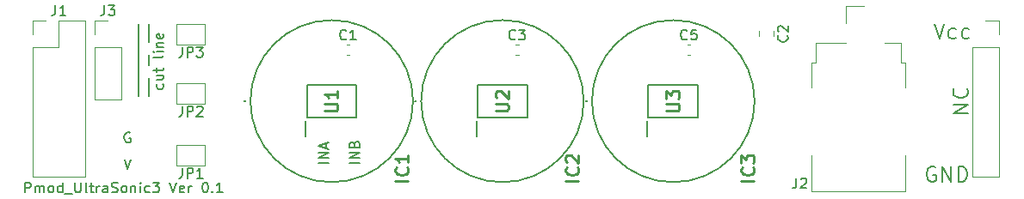
<source format=gbr>
%TF.GenerationSoftware,KiCad,Pcbnew,7.0.2*%
%TF.CreationDate,2023-10-31T00:40:57+09:00*%
%TF.ProjectId,Pmod_US_Speaker,506d6f64-5f55-4535-9f53-7065616b6572,rev?*%
%TF.SameCoordinates,Original*%
%TF.FileFunction,Legend,Top*%
%TF.FilePolarity,Positive*%
%FSLAX46Y46*%
G04 Gerber Fmt 4.6, Leading zero omitted, Abs format (unit mm)*
G04 Created by KiCad (PCBNEW 7.0.2) date 2023-10-31 00:40:57*
%MOMM*%
%LPD*%
G01*
G04 APERTURE LIST*
%ADD10C,0.150000*%
%ADD11C,0.187500*%
%ADD12C,0.254000*%
%ADD13C,0.200000*%
%ADD14C,0.120000*%
G04 APERTURE END LIST*
D10*
X105664000Y-95758000D02*
X105664000Y-93980000D01*
X104648000Y-101092000D02*
X104648000Y-93980000D01*
X105664000Y-101092000D02*
X105664000Y-99314000D01*
X105664000Y-98044000D02*
X105664000Y-97028000D01*
D11*
X183006857Y-108115857D02*
X182864000Y-108044428D01*
X182864000Y-108044428D02*
X182649714Y-108044428D01*
X182649714Y-108044428D02*
X182435428Y-108115857D01*
X182435428Y-108115857D02*
X182292571Y-108258714D01*
X182292571Y-108258714D02*
X182221142Y-108401571D01*
X182221142Y-108401571D02*
X182149714Y-108687285D01*
X182149714Y-108687285D02*
X182149714Y-108901571D01*
X182149714Y-108901571D02*
X182221142Y-109187285D01*
X182221142Y-109187285D02*
X182292571Y-109330142D01*
X182292571Y-109330142D02*
X182435428Y-109473000D01*
X182435428Y-109473000D02*
X182649714Y-109544428D01*
X182649714Y-109544428D02*
X182792571Y-109544428D01*
X182792571Y-109544428D02*
X183006857Y-109473000D01*
X183006857Y-109473000D02*
X183078285Y-109401571D01*
X183078285Y-109401571D02*
X183078285Y-108901571D01*
X183078285Y-108901571D02*
X182792571Y-108901571D01*
X183721142Y-109544428D02*
X183721142Y-108044428D01*
X183721142Y-108044428D02*
X184578285Y-109544428D01*
X184578285Y-109544428D02*
X184578285Y-108044428D01*
X185292571Y-109544428D02*
X185292571Y-108044428D01*
X185292571Y-108044428D02*
X185649714Y-108044428D01*
X185649714Y-108044428D02*
X185864000Y-108115857D01*
X185864000Y-108115857D02*
X186006857Y-108258714D01*
X186006857Y-108258714D02*
X186078286Y-108401571D01*
X186078286Y-108401571D02*
X186149714Y-108687285D01*
X186149714Y-108687285D02*
X186149714Y-108901571D01*
X186149714Y-108901571D02*
X186078286Y-109187285D01*
X186078286Y-109187285D02*
X186006857Y-109330142D01*
X186006857Y-109330142D02*
X185864000Y-109473000D01*
X185864000Y-109473000D02*
X185649714Y-109544428D01*
X185649714Y-109544428D02*
X185292571Y-109544428D01*
X186252428Y-102766857D02*
X184752428Y-102766857D01*
X184752428Y-102766857D02*
X186252428Y-101909714D01*
X186252428Y-101909714D02*
X184752428Y-101909714D01*
X186109571Y-100338285D02*
X186181000Y-100409713D01*
X186181000Y-100409713D02*
X186252428Y-100623999D01*
X186252428Y-100623999D02*
X186252428Y-100766856D01*
X186252428Y-100766856D02*
X186181000Y-100981142D01*
X186181000Y-100981142D02*
X186038142Y-101123999D01*
X186038142Y-101123999D02*
X185895285Y-101195428D01*
X185895285Y-101195428D02*
X185609571Y-101266856D01*
X185609571Y-101266856D02*
X185395285Y-101266856D01*
X185395285Y-101266856D02*
X185109571Y-101195428D01*
X185109571Y-101195428D02*
X184966714Y-101123999D01*
X184966714Y-101123999D02*
X184823857Y-100981142D01*
X184823857Y-100981142D02*
X184752428Y-100766856D01*
X184752428Y-100766856D02*
X184752428Y-100623999D01*
X184752428Y-100623999D02*
X184823857Y-100409713D01*
X184823857Y-100409713D02*
X184895285Y-100338285D01*
D10*
X123321619Y-107711904D02*
X122321619Y-107711904D01*
X123321619Y-107235714D02*
X122321619Y-107235714D01*
X122321619Y-107235714D02*
X123321619Y-106664286D01*
X123321619Y-106664286D02*
X122321619Y-106664286D01*
X123035904Y-106235714D02*
X123035904Y-105759524D01*
X123321619Y-106330952D02*
X122321619Y-105997619D01*
X122321619Y-105997619D02*
X123321619Y-105664286D01*
X103784304Y-104741638D02*
X103689066Y-104694019D01*
X103689066Y-104694019D02*
X103546209Y-104694019D01*
X103546209Y-104694019D02*
X103403352Y-104741638D01*
X103403352Y-104741638D02*
X103308114Y-104836876D01*
X103308114Y-104836876D02*
X103260495Y-104932114D01*
X103260495Y-104932114D02*
X103212876Y-105122590D01*
X103212876Y-105122590D02*
X103212876Y-105265447D01*
X103212876Y-105265447D02*
X103260495Y-105455923D01*
X103260495Y-105455923D02*
X103308114Y-105551161D01*
X103308114Y-105551161D02*
X103403352Y-105646400D01*
X103403352Y-105646400D02*
X103546209Y-105694019D01*
X103546209Y-105694019D02*
X103641447Y-105694019D01*
X103641447Y-105694019D02*
X103784304Y-105646400D01*
X103784304Y-105646400D02*
X103831923Y-105598780D01*
X103831923Y-105598780D02*
X103831923Y-105265447D01*
X103831923Y-105265447D02*
X103641447Y-105265447D01*
D11*
X182895857Y-93947428D02*
X183395857Y-95447428D01*
X183395857Y-95447428D02*
X183895857Y-93947428D01*
X185038714Y-95376000D02*
X184895856Y-95447428D01*
X184895856Y-95447428D02*
X184610142Y-95447428D01*
X184610142Y-95447428D02*
X184467285Y-95376000D01*
X184467285Y-95376000D02*
X184395856Y-95304571D01*
X184395856Y-95304571D02*
X184324428Y-95161714D01*
X184324428Y-95161714D02*
X184324428Y-94733142D01*
X184324428Y-94733142D02*
X184395856Y-94590285D01*
X184395856Y-94590285D02*
X184467285Y-94518857D01*
X184467285Y-94518857D02*
X184610142Y-94447428D01*
X184610142Y-94447428D02*
X184895856Y-94447428D01*
X184895856Y-94447428D02*
X185038714Y-94518857D01*
X186324428Y-95376000D02*
X186181570Y-95447428D01*
X186181570Y-95447428D02*
X185895856Y-95447428D01*
X185895856Y-95447428D02*
X185752999Y-95376000D01*
X185752999Y-95376000D02*
X185681570Y-95304571D01*
X185681570Y-95304571D02*
X185610142Y-95161714D01*
X185610142Y-95161714D02*
X185610142Y-94733142D01*
X185610142Y-94733142D02*
X185681570Y-94590285D01*
X185681570Y-94590285D02*
X185752999Y-94518857D01*
X185752999Y-94518857D02*
X185895856Y-94447428D01*
X185895856Y-94447428D02*
X186181570Y-94447428D01*
X186181570Y-94447428D02*
X186324428Y-94518857D01*
D10*
X126369619Y-107711904D02*
X125369619Y-107711904D01*
X126369619Y-107235714D02*
X125369619Y-107235714D01*
X125369619Y-107235714D02*
X126369619Y-106664286D01*
X126369619Y-106664286D02*
X125369619Y-106664286D01*
X125845809Y-105854762D02*
X125893428Y-105711905D01*
X125893428Y-105711905D02*
X125941047Y-105664286D01*
X125941047Y-105664286D02*
X126036285Y-105616667D01*
X126036285Y-105616667D02*
X126179142Y-105616667D01*
X126179142Y-105616667D02*
X126274380Y-105664286D01*
X126274380Y-105664286D02*
X126322000Y-105711905D01*
X126322000Y-105711905D02*
X126369619Y-105807143D01*
X126369619Y-105807143D02*
X126369619Y-106188095D01*
X126369619Y-106188095D02*
X125369619Y-106188095D01*
X125369619Y-106188095D02*
X125369619Y-105854762D01*
X125369619Y-105854762D02*
X125417238Y-105759524D01*
X125417238Y-105759524D02*
X125464857Y-105711905D01*
X125464857Y-105711905D02*
X125560095Y-105664286D01*
X125560095Y-105664286D02*
X125655333Y-105664286D01*
X125655333Y-105664286D02*
X125750571Y-105711905D01*
X125750571Y-105711905D02*
X125798190Y-105759524D01*
X125798190Y-105759524D02*
X125845809Y-105854762D01*
X125845809Y-105854762D02*
X125845809Y-106188095D01*
X103219238Y-107335619D02*
X103552571Y-108335619D01*
X103552571Y-108335619D02*
X103885904Y-107335619D01*
X93456095Y-110621619D02*
X93456095Y-109621619D01*
X93456095Y-109621619D02*
X93837047Y-109621619D01*
X93837047Y-109621619D02*
X93932285Y-109669238D01*
X93932285Y-109669238D02*
X93979904Y-109716857D01*
X93979904Y-109716857D02*
X94027523Y-109812095D01*
X94027523Y-109812095D02*
X94027523Y-109954952D01*
X94027523Y-109954952D02*
X93979904Y-110050190D01*
X93979904Y-110050190D02*
X93932285Y-110097809D01*
X93932285Y-110097809D02*
X93837047Y-110145428D01*
X93837047Y-110145428D02*
X93456095Y-110145428D01*
X94456095Y-110621619D02*
X94456095Y-109954952D01*
X94456095Y-110050190D02*
X94503714Y-110002571D01*
X94503714Y-110002571D02*
X94598952Y-109954952D01*
X94598952Y-109954952D02*
X94741809Y-109954952D01*
X94741809Y-109954952D02*
X94837047Y-110002571D01*
X94837047Y-110002571D02*
X94884666Y-110097809D01*
X94884666Y-110097809D02*
X94884666Y-110621619D01*
X94884666Y-110097809D02*
X94932285Y-110002571D01*
X94932285Y-110002571D02*
X95027523Y-109954952D01*
X95027523Y-109954952D02*
X95170380Y-109954952D01*
X95170380Y-109954952D02*
X95265619Y-110002571D01*
X95265619Y-110002571D02*
X95313238Y-110097809D01*
X95313238Y-110097809D02*
X95313238Y-110621619D01*
X95932285Y-110621619D02*
X95837047Y-110574000D01*
X95837047Y-110574000D02*
X95789428Y-110526380D01*
X95789428Y-110526380D02*
X95741809Y-110431142D01*
X95741809Y-110431142D02*
X95741809Y-110145428D01*
X95741809Y-110145428D02*
X95789428Y-110050190D01*
X95789428Y-110050190D02*
X95837047Y-110002571D01*
X95837047Y-110002571D02*
X95932285Y-109954952D01*
X95932285Y-109954952D02*
X96075142Y-109954952D01*
X96075142Y-109954952D02*
X96170380Y-110002571D01*
X96170380Y-110002571D02*
X96217999Y-110050190D01*
X96217999Y-110050190D02*
X96265618Y-110145428D01*
X96265618Y-110145428D02*
X96265618Y-110431142D01*
X96265618Y-110431142D02*
X96217999Y-110526380D01*
X96217999Y-110526380D02*
X96170380Y-110574000D01*
X96170380Y-110574000D02*
X96075142Y-110621619D01*
X96075142Y-110621619D02*
X95932285Y-110621619D01*
X97122761Y-110621619D02*
X97122761Y-109621619D01*
X97122761Y-110574000D02*
X97027523Y-110621619D01*
X97027523Y-110621619D02*
X96837047Y-110621619D01*
X96837047Y-110621619D02*
X96741809Y-110574000D01*
X96741809Y-110574000D02*
X96694190Y-110526380D01*
X96694190Y-110526380D02*
X96646571Y-110431142D01*
X96646571Y-110431142D02*
X96646571Y-110145428D01*
X96646571Y-110145428D02*
X96694190Y-110050190D01*
X96694190Y-110050190D02*
X96741809Y-110002571D01*
X96741809Y-110002571D02*
X96837047Y-109954952D01*
X96837047Y-109954952D02*
X97027523Y-109954952D01*
X97027523Y-109954952D02*
X97122761Y-110002571D01*
X97360857Y-110716857D02*
X98122761Y-110716857D01*
X98360857Y-109621619D02*
X98360857Y-110431142D01*
X98360857Y-110431142D02*
X98408476Y-110526380D01*
X98408476Y-110526380D02*
X98456095Y-110574000D01*
X98456095Y-110574000D02*
X98551333Y-110621619D01*
X98551333Y-110621619D02*
X98741809Y-110621619D01*
X98741809Y-110621619D02*
X98837047Y-110574000D01*
X98837047Y-110574000D02*
X98884666Y-110526380D01*
X98884666Y-110526380D02*
X98932285Y-110431142D01*
X98932285Y-110431142D02*
X98932285Y-109621619D01*
X99551333Y-110621619D02*
X99456095Y-110574000D01*
X99456095Y-110574000D02*
X99408476Y-110478761D01*
X99408476Y-110478761D02*
X99408476Y-109621619D01*
X99789429Y-109954952D02*
X100170381Y-109954952D01*
X99932286Y-109621619D02*
X99932286Y-110478761D01*
X99932286Y-110478761D02*
X99979905Y-110574000D01*
X99979905Y-110574000D02*
X100075143Y-110621619D01*
X100075143Y-110621619D02*
X100170381Y-110621619D01*
X100503715Y-110621619D02*
X100503715Y-109954952D01*
X100503715Y-110145428D02*
X100551334Y-110050190D01*
X100551334Y-110050190D02*
X100598953Y-110002571D01*
X100598953Y-110002571D02*
X100694191Y-109954952D01*
X100694191Y-109954952D02*
X100789429Y-109954952D01*
X101551334Y-110621619D02*
X101551334Y-110097809D01*
X101551334Y-110097809D02*
X101503715Y-110002571D01*
X101503715Y-110002571D02*
X101408477Y-109954952D01*
X101408477Y-109954952D02*
X101218001Y-109954952D01*
X101218001Y-109954952D02*
X101122763Y-110002571D01*
X101551334Y-110574000D02*
X101456096Y-110621619D01*
X101456096Y-110621619D02*
X101218001Y-110621619D01*
X101218001Y-110621619D02*
X101122763Y-110574000D01*
X101122763Y-110574000D02*
X101075144Y-110478761D01*
X101075144Y-110478761D02*
X101075144Y-110383523D01*
X101075144Y-110383523D02*
X101122763Y-110288285D01*
X101122763Y-110288285D02*
X101218001Y-110240666D01*
X101218001Y-110240666D02*
X101456096Y-110240666D01*
X101456096Y-110240666D02*
X101551334Y-110193047D01*
X101979906Y-110574000D02*
X102122763Y-110621619D01*
X102122763Y-110621619D02*
X102360858Y-110621619D01*
X102360858Y-110621619D02*
X102456096Y-110574000D01*
X102456096Y-110574000D02*
X102503715Y-110526380D01*
X102503715Y-110526380D02*
X102551334Y-110431142D01*
X102551334Y-110431142D02*
X102551334Y-110335904D01*
X102551334Y-110335904D02*
X102503715Y-110240666D01*
X102503715Y-110240666D02*
X102456096Y-110193047D01*
X102456096Y-110193047D02*
X102360858Y-110145428D01*
X102360858Y-110145428D02*
X102170382Y-110097809D01*
X102170382Y-110097809D02*
X102075144Y-110050190D01*
X102075144Y-110050190D02*
X102027525Y-110002571D01*
X102027525Y-110002571D02*
X101979906Y-109907333D01*
X101979906Y-109907333D02*
X101979906Y-109812095D01*
X101979906Y-109812095D02*
X102027525Y-109716857D01*
X102027525Y-109716857D02*
X102075144Y-109669238D01*
X102075144Y-109669238D02*
X102170382Y-109621619D01*
X102170382Y-109621619D02*
X102408477Y-109621619D01*
X102408477Y-109621619D02*
X102551334Y-109669238D01*
X103122763Y-110621619D02*
X103027525Y-110574000D01*
X103027525Y-110574000D02*
X102979906Y-110526380D01*
X102979906Y-110526380D02*
X102932287Y-110431142D01*
X102932287Y-110431142D02*
X102932287Y-110145428D01*
X102932287Y-110145428D02*
X102979906Y-110050190D01*
X102979906Y-110050190D02*
X103027525Y-110002571D01*
X103027525Y-110002571D02*
X103122763Y-109954952D01*
X103122763Y-109954952D02*
X103265620Y-109954952D01*
X103265620Y-109954952D02*
X103360858Y-110002571D01*
X103360858Y-110002571D02*
X103408477Y-110050190D01*
X103408477Y-110050190D02*
X103456096Y-110145428D01*
X103456096Y-110145428D02*
X103456096Y-110431142D01*
X103456096Y-110431142D02*
X103408477Y-110526380D01*
X103408477Y-110526380D02*
X103360858Y-110574000D01*
X103360858Y-110574000D02*
X103265620Y-110621619D01*
X103265620Y-110621619D02*
X103122763Y-110621619D01*
X103884668Y-109954952D02*
X103884668Y-110621619D01*
X103884668Y-110050190D02*
X103932287Y-110002571D01*
X103932287Y-110002571D02*
X104027525Y-109954952D01*
X104027525Y-109954952D02*
X104170382Y-109954952D01*
X104170382Y-109954952D02*
X104265620Y-110002571D01*
X104265620Y-110002571D02*
X104313239Y-110097809D01*
X104313239Y-110097809D02*
X104313239Y-110621619D01*
X104789430Y-110621619D02*
X104789430Y-109954952D01*
X104789430Y-109621619D02*
X104741811Y-109669238D01*
X104741811Y-109669238D02*
X104789430Y-109716857D01*
X104789430Y-109716857D02*
X104837049Y-109669238D01*
X104837049Y-109669238D02*
X104789430Y-109621619D01*
X104789430Y-109621619D02*
X104789430Y-109716857D01*
X105694191Y-110574000D02*
X105598953Y-110621619D01*
X105598953Y-110621619D02*
X105408477Y-110621619D01*
X105408477Y-110621619D02*
X105313239Y-110574000D01*
X105313239Y-110574000D02*
X105265620Y-110526380D01*
X105265620Y-110526380D02*
X105218001Y-110431142D01*
X105218001Y-110431142D02*
X105218001Y-110145428D01*
X105218001Y-110145428D02*
X105265620Y-110050190D01*
X105265620Y-110050190D02*
X105313239Y-110002571D01*
X105313239Y-110002571D02*
X105408477Y-109954952D01*
X105408477Y-109954952D02*
X105598953Y-109954952D01*
X105598953Y-109954952D02*
X105694191Y-110002571D01*
X106027525Y-109621619D02*
X106646572Y-109621619D01*
X106646572Y-109621619D02*
X106313239Y-110002571D01*
X106313239Y-110002571D02*
X106456096Y-110002571D01*
X106456096Y-110002571D02*
X106551334Y-110050190D01*
X106551334Y-110050190D02*
X106598953Y-110097809D01*
X106598953Y-110097809D02*
X106646572Y-110193047D01*
X106646572Y-110193047D02*
X106646572Y-110431142D01*
X106646572Y-110431142D02*
X106598953Y-110526380D01*
X106598953Y-110526380D02*
X106551334Y-110574000D01*
X106551334Y-110574000D02*
X106456096Y-110621619D01*
X106456096Y-110621619D02*
X106170382Y-110621619D01*
X106170382Y-110621619D02*
X106075144Y-110574000D01*
X106075144Y-110574000D02*
X106027525Y-110526380D01*
X107694192Y-109621619D02*
X108027525Y-110621619D01*
X108027525Y-110621619D02*
X108360858Y-109621619D01*
X109075144Y-110574000D02*
X108979906Y-110621619D01*
X108979906Y-110621619D02*
X108789430Y-110621619D01*
X108789430Y-110621619D02*
X108694192Y-110574000D01*
X108694192Y-110574000D02*
X108646573Y-110478761D01*
X108646573Y-110478761D02*
X108646573Y-110097809D01*
X108646573Y-110097809D02*
X108694192Y-110002571D01*
X108694192Y-110002571D02*
X108789430Y-109954952D01*
X108789430Y-109954952D02*
X108979906Y-109954952D01*
X108979906Y-109954952D02*
X109075144Y-110002571D01*
X109075144Y-110002571D02*
X109122763Y-110097809D01*
X109122763Y-110097809D02*
X109122763Y-110193047D01*
X109122763Y-110193047D02*
X108646573Y-110288285D01*
X109551335Y-110621619D02*
X109551335Y-109954952D01*
X109551335Y-110145428D02*
X109598954Y-110050190D01*
X109598954Y-110050190D02*
X109646573Y-110002571D01*
X109646573Y-110002571D02*
X109741811Y-109954952D01*
X109741811Y-109954952D02*
X109837049Y-109954952D01*
X111122764Y-109621619D02*
X111218002Y-109621619D01*
X111218002Y-109621619D02*
X111313240Y-109669238D01*
X111313240Y-109669238D02*
X111360859Y-109716857D01*
X111360859Y-109716857D02*
X111408478Y-109812095D01*
X111408478Y-109812095D02*
X111456097Y-110002571D01*
X111456097Y-110002571D02*
X111456097Y-110240666D01*
X111456097Y-110240666D02*
X111408478Y-110431142D01*
X111408478Y-110431142D02*
X111360859Y-110526380D01*
X111360859Y-110526380D02*
X111313240Y-110574000D01*
X111313240Y-110574000D02*
X111218002Y-110621619D01*
X111218002Y-110621619D02*
X111122764Y-110621619D01*
X111122764Y-110621619D02*
X111027526Y-110574000D01*
X111027526Y-110574000D02*
X110979907Y-110526380D01*
X110979907Y-110526380D02*
X110932288Y-110431142D01*
X110932288Y-110431142D02*
X110884669Y-110240666D01*
X110884669Y-110240666D02*
X110884669Y-110002571D01*
X110884669Y-110002571D02*
X110932288Y-109812095D01*
X110932288Y-109812095D02*
X110979907Y-109716857D01*
X110979907Y-109716857D02*
X111027526Y-109669238D01*
X111027526Y-109669238D02*
X111122764Y-109621619D01*
X111884669Y-110526380D02*
X111932288Y-110574000D01*
X111932288Y-110574000D02*
X111884669Y-110621619D01*
X111884669Y-110621619D02*
X111837050Y-110574000D01*
X111837050Y-110574000D02*
X111884669Y-110526380D01*
X111884669Y-110526380D02*
X111884669Y-110621619D01*
X112884668Y-110621619D02*
X112313240Y-110621619D01*
X112598954Y-110621619D02*
X112598954Y-109621619D01*
X112598954Y-109621619D02*
X112503716Y-109764476D01*
X112503716Y-109764476D02*
X112408478Y-109859714D01*
X112408478Y-109859714D02*
X112313240Y-109907333D01*
X107018000Y-99917333D02*
X107065619Y-100012571D01*
X107065619Y-100012571D02*
X107065619Y-100203047D01*
X107065619Y-100203047D02*
X107018000Y-100298285D01*
X107018000Y-100298285D02*
X106970380Y-100345904D01*
X106970380Y-100345904D02*
X106875142Y-100393523D01*
X106875142Y-100393523D02*
X106589428Y-100393523D01*
X106589428Y-100393523D02*
X106494190Y-100345904D01*
X106494190Y-100345904D02*
X106446571Y-100298285D01*
X106446571Y-100298285D02*
X106398952Y-100203047D01*
X106398952Y-100203047D02*
X106398952Y-100012571D01*
X106398952Y-100012571D02*
X106446571Y-99917333D01*
X106398952Y-99060190D02*
X107065619Y-99060190D01*
X106398952Y-99488761D02*
X106922761Y-99488761D01*
X106922761Y-99488761D02*
X107018000Y-99441142D01*
X107018000Y-99441142D02*
X107065619Y-99345904D01*
X107065619Y-99345904D02*
X107065619Y-99203047D01*
X107065619Y-99203047D02*
X107018000Y-99107809D01*
X107018000Y-99107809D02*
X106970380Y-99060190D01*
X106398952Y-98726856D02*
X106398952Y-98345904D01*
X106065619Y-98583999D02*
X106922761Y-98583999D01*
X106922761Y-98583999D02*
X107018000Y-98536380D01*
X107018000Y-98536380D02*
X107065619Y-98441142D01*
X107065619Y-98441142D02*
X107065619Y-98345904D01*
X107065619Y-97107808D02*
X107018000Y-97203046D01*
X107018000Y-97203046D02*
X106922761Y-97250665D01*
X106922761Y-97250665D02*
X106065619Y-97250665D01*
X107065619Y-96726855D02*
X106398952Y-96726855D01*
X106065619Y-96726855D02*
X106113238Y-96774474D01*
X106113238Y-96774474D02*
X106160857Y-96726855D01*
X106160857Y-96726855D02*
X106113238Y-96679236D01*
X106113238Y-96679236D02*
X106065619Y-96726855D01*
X106065619Y-96726855D02*
X106160857Y-96726855D01*
X106398952Y-96250665D02*
X107065619Y-96250665D01*
X106494190Y-96250665D02*
X106446571Y-96203046D01*
X106446571Y-96203046D02*
X106398952Y-96107808D01*
X106398952Y-96107808D02*
X106398952Y-95964951D01*
X106398952Y-95964951D02*
X106446571Y-95869713D01*
X106446571Y-95869713D02*
X106541809Y-95822094D01*
X106541809Y-95822094D02*
X107065619Y-95822094D01*
X107018000Y-94964951D02*
X107065619Y-95060189D01*
X107065619Y-95060189D02*
X107065619Y-95250665D01*
X107065619Y-95250665D02*
X107018000Y-95345903D01*
X107018000Y-95345903D02*
X106922761Y-95393522D01*
X106922761Y-95393522D02*
X106541809Y-95393522D01*
X106541809Y-95393522D02*
X106446571Y-95345903D01*
X106446571Y-95345903D02*
X106398952Y-95250665D01*
X106398952Y-95250665D02*
X106398952Y-95060189D01*
X106398952Y-95060189D02*
X106446571Y-94964951D01*
X106446571Y-94964951D02*
X106541809Y-94917332D01*
X106541809Y-94917332D02*
X106637047Y-94917332D01*
X106637047Y-94917332D02*
X106732285Y-95393522D01*
D12*
%TO.C,U1*%
X122935526Y-102567619D02*
X123963621Y-102567619D01*
X123963621Y-102567619D02*
X124084573Y-102507142D01*
X124084573Y-102507142D02*
X124145050Y-102446666D01*
X124145050Y-102446666D02*
X124205526Y-102325714D01*
X124205526Y-102325714D02*
X124205526Y-102083809D01*
X124205526Y-102083809D02*
X124145050Y-101962857D01*
X124145050Y-101962857D02*
X124084573Y-101902380D01*
X124084573Y-101902380D02*
X123963621Y-101841904D01*
X123963621Y-101841904D02*
X122935526Y-101841904D01*
X124205526Y-100571904D02*
X124205526Y-101297619D01*
X124205526Y-100934762D02*
X122935526Y-100934762D01*
X122935526Y-100934762D02*
X123116954Y-101055714D01*
X123116954Y-101055714D02*
X123237907Y-101176666D01*
X123237907Y-101176666D02*
X123298383Y-101297619D01*
%TO.C,IC1*%
X131143526Y-109443762D02*
X129873526Y-109443762D01*
X131022573Y-108113285D02*
X131083050Y-108173761D01*
X131083050Y-108173761D02*
X131143526Y-108355190D01*
X131143526Y-108355190D02*
X131143526Y-108476142D01*
X131143526Y-108476142D02*
X131083050Y-108657571D01*
X131083050Y-108657571D02*
X130962097Y-108778523D01*
X130962097Y-108778523D02*
X130841145Y-108839000D01*
X130841145Y-108839000D02*
X130599240Y-108899476D01*
X130599240Y-108899476D02*
X130417811Y-108899476D01*
X130417811Y-108899476D02*
X130175907Y-108839000D01*
X130175907Y-108839000D02*
X130054954Y-108778523D01*
X130054954Y-108778523D02*
X129934002Y-108657571D01*
X129934002Y-108657571D02*
X129873526Y-108476142D01*
X129873526Y-108476142D02*
X129873526Y-108355190D01*
X129873526Y-108355190D02*
X129934002Y-108173761D01*
X129934002Y-108173761D02*
X129994478Y-108113285D01*
X131143526Y-106903761D02*
X131143526Y-107629476D01*
X131143526Y-107266619D02*
X129873526Y-107266619D01*
X129873526Y-107266619D02*
X130054954Y-107387571D01*
X130054954Y-107387571D02*
X130175907Y-107508523D01*
X130175907Y-107508523D02*
X130236383Y-107629476D01*
D10*
%TO.C,C2*%
X168417380Y-95111866D02*
X168465000Y-95159485D01*
X168465000Y-95159485D02*
X168512619Y-95302342D01*
X168512619Y-95302342D02*
X168512619Y-95397580D01*
X168512619Y-95397580D02*
X168465000Y-95540437D01*
X168465000Y-95540437D02*
X168369761Y-95635675D01*
X168369761Y-95635675D02*
X168274523Y-95683294D01*
X168274523Y-95683294D02*
X168084047Y-95730913D01*
X168084047Y-95730913D02*
X167941190Y-95730913D01*
X167941190Y-95730913D02*
X167750714Y-95683294D01*
X167750714Y-95683294D02*
X167655476Y-95635675D01*
X167655476Y-95635675D02*
X167560238Y-95540437D01*
X167560238Y-95540437D02*
X167512619Y-95397580D01*
X167512619Y-95397580D02*
X167512619Y-95302342D01*
X167512619Y-95302342D02*
X167560238Y-95159485D01*
X167560238Y-95159485D02*
X167607857Y-95111866D01*
X167607857Y-94730913D02*
X167560238Y-94683294D01*
X167560238Y-94683294D02*
X167512619Y-94588056D01*
X167512619Y-94588056D02*
X167512619Y-94349961D01*
X167512619Y-94349961D02*
X167560238Y-94254723D01*
X167560238Y-94254723D02*
X167607857Y-94207104D01*
X167607857Y-94207104D02*
X167703095Y-94159485D01*
X167703095Y-94159485D02*
X167798333Y-94159485D01*
X167798333Y-94159485D02*
X167941190Y-94207104D01*
X167941190Y-94207104D02*
X168512619Y-94778532D01*
X168512619Y-94778532D02*
X168512619Y-94159485D01*
D12*
%TO.C,IC2*%
X147907526Y-109443762D02*
X146637526Y-109443762D01*
X147786573Y-108113285D02*
X147847050Y-108173761D01*
X147847050Y-108173761D02*
X147907526Y-108355190D01*
X147907526Y-108355190D02*
X147907526Y-108476142D01*
X147907526Y-108476142D02*
X147847050Y-108657571D01*
X147847050Y-108657571D02*
X147726097Y-108778523D01*
X147726097Y-108778523D02*
X147605145Y-108839000D01*
X147605145Y-108839000D02*
X147363240Y-108899476D01*
X147363240Y-108899476D02*
X147181811Y-108899476D01*
X147181811Y-108899476D02*
X146939907Y-108839000D01*
X146939907Y-108839000D02*
X146818954Y-108778523D01*
X146818954Y-108778523D02*
X146698002Y-108657571D01*
X146698002Y-108657571D02*
X146637526Y-108476142D01*
X146637526Y-108476142D02*
X146637526Y-108355190D01*
X146637526Y-108355190D02*
X146698002Y-108173761D01*
X146698002Y-108173761D02*
X146758478Y-108113285D01*
X146758478Y-107629476D02*
X146698002Y-107569000D01*
X146698002Y-107569000D02*
X146637526Y-107448047D01*
X146637526Y-107448047D02*
X146637526Y-107145666D01*
X146637526Y-107145666D02*
X146698002Y-107024714D01*
X146698002Y-107024714D02*
X146758478Y-106964238D01*
X146758478Y-106964238D02*
X146879430Y-106903761D01*
X146879430Y-106903761D02*
X147000383Y-106903761D01*
X147000383Y-106903761D02*
X147181811Y-106964238D01*
X147181811Y-106964238D02*
X147907526Y-107689952D01*
X147907526Y-107689952D02*
X147907526Y-106903761D01*
D10*
%TO.C,C3*%
X141692333Y-95457380D02*
X141644714Y-95505000D01*
X141644714Y-95505000D02*
X141501857Y-95552619D01*
X141501857Y-95552619D02*
X141406619Y-95552619D01*
X141406619Y-95552619D02*
X141263762Y-95505000D01*
X141263762Y-95505000D02*
X141168524Y-95409761D01*
X141168524Y-95409761D02*
X141120905Y-95314523D01*
X141120905Y-95314523D02*
X141073286Y-95124047D01*
X141073286Y-95124047D02*
X141073286Y-94981190D01*
X141073286Y-94981190D02*
X141120905Y-94790714D01*
X141120905Y-94790714D02*
X141168524Y-94695476D01*
X141168524Y-94695476D02*
X141263762Y-94600238D01*
X141263762Y-94600238D02*
X141406619Y-94552619D01*
X141406619Y-94552619D02*
X141501857Y-94552619D01*
X141501857Y-94552619D02*
X141644714Y-94600238D01*
X141644714Y-94600238D02*
X141692333Y-94647857D01*
X142025667Y-94552619D02*
X142644714Y-94552619D01*
X142644714Y-94552619D02*
X142311381Y-94933571D01*
X142311381Y-94933571D02*
X142454238Y-94933571D01*
X142454238Y-94933571D02*
X142549476Y-94981190D01*
X142549476Y-94981190D02*
X142597095Y-95028809D01*
X142597095Y-95028809D02*
X142644714Y-95124047D01*
X142644714Y-95124047D02*
X142644714Y-95362142D01*
X142644714Y-95362142D02*
X142597095Y-95457380D01*
X142597095Y-95457380D02*
X142549476Y-95505000D01*
X142549476Y-95505000D02*
X142454238Y-95552619D01*
X142454238Y-95552619D02*
X142168524Y-95552619D01*
X142168524Y-95552619D02*
X142073286Y-95505000D01*
X142073286Y-95505000D02*
X142025667Y-95457380D01*
%TO.C,J2*%
X169338666Y-109190619D02*
X169338666Y-109904904D01*
X169338666Y-109904904D02*
X169291047Y-110047761D01*
X169291047Y-110047761D02*
X169195809Y-110143000D01*
X169195809Y-110143000D02*
X169052952Y-110190619D01*
X169052952Y-110190619D02*
X168957714Y-110190619D01*
X169767238Y-109285857D02*
X169814857Y-109238238D01*
X169814857Y-109238238D02*
X169910095Y-109190619D01*
X169910095Y-109190619D02*
X170148190Y-109190619D01*
X170148190Y-109190619D02*
X170243428Y-109238238D01*
X170243428Y-109238238D02*
X170291047Y-109285857D01*
X170291047Y-109285857D02*
X170338666Y-109381095D01*
X170338666Y-109381095D02*
X170338666Y-109476333D01*
X170338666Y-109476333D02*
X170291047Y-109619190D01*
X170291047Y-109619190D02*
X169719619Y-110190619D01*
X169719619Y-110190619D02*
X170338666Y-110190619D01*
%TO.C,C5*%
X158583333Y-95457380D02*
X158535714Y-95505000D01*
X158535714Y-95505000D02*
X158392857Y-95552619D01*
X158392857Y-95552619D02*
X158297619Y-95552619D01*
X158297619Y-95552619D02*
X158154762Y-95505000D01*
X158154762Y-95505000D02*
X158059524Y-95409761D01*
X158059524Y-95409761D02*
X158011905Y-95314523D01*
X158011905Y-95314523D02*
X157964286Y-95124047D01*
X157964286Y-95124047D02*
X157964286Y-94981190D01*
X157964286Y-94981190D02*
X158011905Y-94790714D01*
X158011905Y-94790714D02*
X158059524Y-94695476D01*
X158059524Y-94695476D02*
X158154762Y-94600238D01*
X158154762Y-94600238D02*
X158297619Y-94552619D01*
X158297619Y-94552619D02*
X158392857Y-94552619D01*
X158392857Y-94552619D02*
X158535714Y-94600238D01*
X158535714Y-94600238D02*
X158583333Y-94647857D01*
X159488095Y-94552619D02*
X159011905Y-94552619D01*
X159011905Y-94552619D02*
X158964286Y-95028809D01*
X158964286Y-95028809D02*
X159011905Y-94981190D01*
X159011905Y-94981190D02*
X159107143Y-94933571D01*
X159107143Y-94933571D02*
X159345238Y-94933571D01*
X159345238Y-94933571D02*
X159440476Y-94981190D01*
X159440476Y-94981190D02*
X159488095Y-95028809D01*
X159488095Y-95028809D02*
X159535714Y-95124047D01*
X159535714Y-95124047D02*
X159535714Y-95362142D01*
X159535714Y-95362142D02*
X159488095Y-95457380D01*
X159488095Y-95457380D02*
X159440476Y-95505000D01*
X159440476Y-95505000D02*
X159345238Y-95552619D01*
X159345238Y-95552619D02*
X159107143Y-95552619D01*
X159107143Y-95552619D02*
X159011905Y-95505000D01*
X159011905Y-95505000D02*
X158964286Y-95457380D01*
D12*
%TO.C,IC3*%
X165179526Y-109443762D02*
X163909526Y-109443762D01*
X165058573Y-108113285D02*
X165119050Y-108173761D01*
X165119050Y-108173761D02*
X165179526Y-108355190D01*
X165179526Y-108355190D02*
X165179526Y-108476142D01*
X165179526Y-108476142D02*
X165119050Y-108657571D01*
X165119050Y-108657571D02*
X164998097Y-108778523D01*
X164998097Y-108778523D02*
X164877145Y-108839000D01*
X164877145Y-108839000D02*
X164635240Y-108899476D01*
X164635240Y-108899476D02*
X164453811Y-108899476D01*
X164453811Y-108899476D02*
X164211907Y-108839000D01*
X164211907Y-108839000D02*
X164090954Y-108778523D01*
X164090954Y-108778523D02*
X163970002Y-108657571D01*
X163970002Y-108657571D02*
X163909526Y-108476142D01*
X163909526Y-108476142D02*
X163909526Y-108355190D01*
X163909526Y-108355190D02*
X163970002Y-108173761D01*
X163970002Y-108173761D02*
X164030478Y-108113285D01*
X163909526Y-107689952D02*
X163909526Y-106903761D01*
X163909526Y-106903761D02*
X164393335Y-107327095D01*
X164393335Y-107327095D02*
X164393335Y-107145666D01*
X164393335Y-107145666D02*
X164453811Y-107024714D01*
X164453811Y-107024714D02*
X164514288Y-106964238D01*
X164514288Y-106964238D02*
X164635240Y-106903761D01*
X164635240Y-106903761D02*
X164937621Y-106903761D01*
X164937621Y-106903761D02*
X165058573Y-106964238D01*
X165058573Y-106964238D02*
X165119050Y-107024714D01*
X165119050Y-107024714D02*
X165179526Y-107145666D01*
X165179526Y-107145666D02*
X165179526Y-107508523D01*
X165179526Y-107508523D02*
X165119050Y-107629476D01*
X165119050Y-107629476D02*
X165058573Y-107689952D01*
%TO.C,U3*%
X156543526Y-102567619D02*
X157571621Y-102567619D01*
X157571621Y-102567619D02*
X157692573Y-102507142D01*
X157692573Y-102507142D02*
X157753050Y-102446666D01*
X157753050Y-102446666D02*
X157813526Y-102325714D01*
X157813526Y-102325714D02*
X157813526Y-102083809D01*
X157813526Y-102083809D02*
X157753050Y-101962857D01*
X157753050Y-101962857D02*
X157692573Y-101902380D01*
X157692573Y-101902380D02*
X157571621Y-101841904D01*
X157571621Y-101841904D02*
X156543526Y-101841904D01*
X156543526Y-101358095D02*
X156543526Y-100571904D01*
X156543526Y-100571904D02*
X157027335Y-100995238D01*
X157027335Y-100995238D02*
X157027335Y-100813809D01*
X157027335Y-100813809D02*
X157087811Y-100692857D01*
X157087811Y-100692857D02*
X157148288Y-100632381D01*
X157148288Y-100632381D02*
X157269240Y-100571904D01*
X157269240Y-100571904D02*
X157571621Y-100571904D01*
X157571621Y-100571904D02*
X157692573Y-100632381D01*
X157692573Y-100632381D02*
X157753050Y-100692857D01*
X157753050Y-100692857D02*
X157813526Y-100813809D01*
X157813526Y-100813809D02*
X157813526Y-101176666D01*
X157813526Y-101176666D02*
X157753050Y-101297619D01*
X157753050Y-101297619D02*
X157692573Y-101358095D01*
%TO.C,U2*%
X139732526Y-102567619D02*
X140760621Y-102567619D01*
X140760621Y-102567619D02*
X140881573Y-102507142D01*
X140881573Y-102507142D02*
X140942050Y-102446666D01*
X140942050Y-102446666D02*
X141002526Y-102325714D01*
X141002526Y-102325714D02*
X141002526Y-102083809D01*
X141002526Y-102083809D02*
X140942050Y-101962857D01*
X140942050Y-101962857D02*
X140881573Y-101902380D01*
X140881573Y-101902380D02*
X140760621Y-101841904D01*
X140760621Y-101841904D02*
X139732526Y-101841904D01*
X139853478Y-101297619D02*
X139793002Y-101237143D01*
X139793002Y-101237143D02*
X139732526Y-101116190D01*
X139732526Y-101116190D02*
X139732526Y-100813809D01*
X139732526Y-100813809D02*
X139793002Y-100692857D01*
X139793002Y-100692857D02*
X139853478Y-100632381D01*
X139853478Y-100632381D02*
X139974430Y-100571904D01*
X139974430Y-100571904D02*
X140095383Y-100571904D01*
X140095383Y-100571904D02*
X140276811Y-100632381D01*
X140276811Y-100632381D02*
X141002526Y-101358095D01*
X141002526Y-101358095D02*
X141002526Y-100571904D01*
D10*
%TO.C,J3*%
X101266666Y-92128619D02*
X101266666Y-92842904D01*
X101266666Y-92842904D02*
X101219047Y-92985761D01*
X101219047Y-92985761D02*
X101123809Y-93081000D01*
X101123809Y-93081000D02*
X100980952Y-93128619D01*
X100980952Y-93128619D02*
X100885714Y-93128619D01*
X101647619Y-92128619D02*
X102266666Y-92128619D01*
X102266666Y-92128619D02*
X101933333Y-92509571D01*
X101933333Y-92509571D02*
X102076190Y-92509571D01*
X102076190Y-92509571D02*
X102171428Y-92557190D01*
X102171428Y-92557190D02*
X102219047Y-92604809D01*
X102219047Y-92604809D02*
X102266666Y-92700047D01*
X102266666Y-92700047D02*
X102266666Y-92938142D01*
X102266666Y-92938142D02*
X102219047Y-93033380D01*
X102219047Y-93033380D02*
X102171428Y-93081000D01*
X102171428Y-93081000D02*
X102076190Y-93128619D01*
X102076190Y-93128619D02*
X101790476Y-93128619D01*
X101790476Y-93128619D02*
X101695238Y-93081000D01*
X101695238Y-93081000D02*
X101647619Y-93033380D01*
%TO.C,J1*%
X96439666Y-92128619D02*
X96439666Y-92842904D01*
X96439666Y-92842904D02*
X96392047Y-92985761D01*
X96392047Y-92985761D02*
X96296809Y-93081000D01*
X96296809Y-93081000D02*
X96153952Y-93128619D01*
X96153952Y-93128619D02*
X96058714Y-93128619D01*
X97439666Y-93128619D02*
X96868238Y-93128619D01*
X97153952Y-93128619D02*
X97153952Y-92128619D01*
X97153952Y-92128619D02*
X97058714Y-92271476D01*
X97058714Y-92271476D02*
X96963476Y-92366714D01*
X96963476Y-92366714D02*
X96868238Y-92414333D01*
%TO.C,C1*%
X125055333Y-95457380D02*
X125007714Y-95505000D01*
X125007714Y-95505000D02*
X124864857Y-95552619D01*
X124864857Y-95552619D02*
X124769619Y-95552619D01*
X124769619Y-95552619D02*
X124626762Y-95505000D01*
X124626762Y-95505000D02*
X124531524Y-95409761D01*
X124531524Y-95409761D02*
X124483905Y-95314523D01*
X124483905Y-95314523D02*
X124436286Y-95124047D01*
X124436286Y-95124047D02*
X124436286Y-94981190D01*
X124436286Y-94981190D02*
X124483905Y-94790714D01*
X124483905Y-94790714D02*
X124531524Y-94695476D01*
X124531524Y-94695476D02*
X124626762Y-94600238D01*
X124626762Y-94600238D02*
X124769619Y-94552619D01*
X124769619Y-94552619D02*
X124864857Y-94552619D01*
X124864857Y-94552619D02*
X125007714Y-94600238D01*
X125007714Y-94600238D02*
X125055333Y-94647857D01*
X126007714Y-95552619D02*
X125436286Y-95552619D01*
X125722000Y-95552619D02*
X125722000Y-94552619D01*
X125722000Y-94552619D02*
X125626762Y-94695476D01*
X125626762Y-94695476D02*
X125531524Y-94790714D01*
X125531524Y-94790714D02*
X125436286Y-94838333D01*
%TO.C,JP2*%
X108931666Y-102100619D02*
X108931666Y-102814904D01*
X108931666Y-102814904D02*
X108884047Y-102957761D01*
X108884047Y-102957761D02*
X108788809Y-103053000D01*
X108788809Y-103053000D02*
X108645952Y-103100619D01*
X108645952Y-103100619D02*
X108550714Y-103100619D01*
X109407857Y-103100619D02*
X109407857Y-102100619D01*
X109407857Y-102100619D02*
X109788809Y-102100619D01*
X109788809Y-102100619D02*
X109884047Y-102148238D01*
X109884047Y-102148238D02*
X109931666Y-102195857D01*
X109931666Y-102195857D02*
X109979285Y-102291095D01*
X109979285Y-102291095D02*
X109979285Y-102433952D01*
X109979285Y-102433952D02*
X109931666Y-102529190D01*
X109931666Y-102529190D02*
X109884047Y-102576809D01*
X109884047Y-102576809D02*
X109788809Y-102624428D01*
X109788809Y-102624428D02*
X109407857Y-102624428D01*
X110360238Y-102195857D02*
X110407857Y-102148238D01*
X110407857Y-102148238D02*
X110503095Y-102100619D01*
X110503095Y-102100619D02*
X110741190Y-102100619D01*
X110741190Y-102100619D02*
X110836428Y-102148238D01*
X110836428Y-102148238D02*
X110884047Y-102195857D01*
X110884047Y-102195857D02*
X110931666Y-102291095D01*
X110931666Y-102291095D02*
X110931666Y-102386333D01*
X110931666Y-102386333D02*
X110884047Y-102529190D01*
X110884047Y-102529190D02*
X110312619Y-103100619D01*
X110312619Y-103100619D02*
X110931666Y-103100619D01*
%TO.C,JP1*%
X108931666Y-108196619D02*
X108931666Y-108910904D01*
X108931666Y-108910904D02*
X108884047Y-109053761D01*
X108884047Y-109053761D02*
X108788809Y-109149000D01*
X108788809Y-109149000D02*
X108645952Y-109196619D01*
X108645952Y-109196619D02*
X108550714Y-109196619D01*
X109407857Y-109196619D02*
X109407857Y-108196619D01*
X109407857Y-108196619D02*
X109788809Y-108196619D01*
X109788809Y-108196619D02*
X109884047Y-108244238D01*
X109884047Y-108244238D02*
X109931666Y-108291857D01*
X109931666Y-108291857D02*
X109979285Y-108387095D01*
X109979285Y-108387095D02*
X109979285Y-108529952D01*
X109979285Y-108529952D02*
X109931666Y-108625190D01*
X109931666Y-108625190D02*
X109884047Y-108672809D01*
X109884047Y-108672809D02*
X109788809Y-108720428D01*
X109788809Y-108720428D02*
X109407857Y-108720428D01*
X110931666Y-109196619D02*
X110360238Y-109196619D01*
X110645952Y-109196619D02*
X110645952Y-108196619D01*
X110645952Y-108196619D02*
X110550714Y-108339476D01*
X110550714Y-108339476D02*
X110455476Y-108434714D01*
X110455476Y-108434714D02*
X110360238Y-108482333D01*
%TO.C,JP3*%
X108931666Y-96258619D02*
X108931666Y-96972904D01*
X108931666Y-96972904D02*
X108884047Y-97115761D01*
X108884047Y-97115761D02*
X108788809Y-97211000D01*
X108788809Y-97211000D02*
X108645952Y-97258619D01*
X108645952Y-97258619D02*
X108550714Y-97258619D01*
X109407857Y-97258619D02*
X109407857Y-96258619D01*
X109407857Y-96258619D02*
X109788809Y-96258619D01*
X109788809Y-96258619D02*
X109884047Y-96306238D01*
X109884047Y-96306238D02*
X109931666Y-96353857D01*
X109931666Y-96353857D02*
X109979285Y-96449095D01*
X109979285Y-96449095D02*
X109979285Y-96591952D01*
X109979285Y-96591952D02*
X109931666Y-96687190D01*
X109931666Y-96687190D02*
X109884047Y-96734809D01*
X109884047Y-96734809D02*
X109788809Y-96782428D01*
X109788809Y-96782428D02*
X109407857Y-96782428D01*
X110312619Y-96258619D02*
X110931666Y-96258619D01*
X110931666Y-96258619D02*
X110598333Y-96639571D01*
X110598333Y-96639571D02*
X110741190Y-96639571D01*
X110741190Y-96639571D02*
X110836428Y-96687190D01*
X110836428Y-96687190D02*
X110884047Y-96734809D01*
X110884047Y-96734809D02*
X110931666Y-96830047D01*
X110931666Y-96830047D02*
X110931666Y-97068142D01*
X110931666Y-97068142D02*
X110884047Y-97163380D01*
X110884047Y-97163380D02*
X110836428Y-97211000D01*
X110836428Y-97211000D02*
X110741190Y-97258619D01*
X110741190Y-97258619D02*
X110455476Y-97258619D01*
X110455476Y-97258619D02*
X110360238Y-97211000D01*
X110360238Y-97211000D02*
X110312619Y-97163380D01*
D13*
%TO.C,U1*%
X123618000Y-109600000D02*
X123618000Y-109600000D01*
X115018000Y-101600000D02*
X115018000Y-101600000D01*
X115018000Y-101600000D02*
X115018000Y-101600000D01*
X115118000Y-101600000D02*
X115118000Y-101600000D01*
X123618000Y-93600000D02*
X123618000Y-93600000D01*
X123618000Y-93600000D02*
G75*
G03*
X123618000Y-109600000I0J-8000000D01*
G01*
X115118000Y-101600000D02*
G75*
G03*
X115018000Y-101600000I-50000J0D01*
G01*
X115018000Y-101600000D02*
G75*
G03*
X115118000Y-101600000I50000J0D01*
G01*
X115018000Y-101600000D02*
G75*
G03*
X115118000Y-101600000I50000J0D01*
G01*
X123618000Y-109600000D02*
G75*
G03*
X123618000Y-93600000I0J8000000D01*
G01*
%TO.C,IC1*%
X121013000Y-105075000D02*
X121013000Y-103550000D01*
X121168000Y-103200000D02*
X121168000Y-100000000D01*
X126068000Y-103200000D02*
X121168000Y-103200000D01*
X121168000Y-100000000D02*
X126068000Y-100000000D01*
X126068000Y-100000000D02*
X126068000Y-103200000D01*
D14*
%TO.C,C2*%
X167105000Y-94683948D02*
X167105000Y-95206452D01*
X165635000Y-94683948D02*
X165635000Y-95206452D01*
D13*
%TO.C,IC2*%
X137857000Y-105075000D02*
X137857000Y-103550000D01*
X138012000Y-103200000D02*
X138012000Y-100000000D01*
X142912000Y-103200000D02*
X138012000Y-103200000D01*
X138012000Y-100000000D02*
X142912000Y-100000000D01*
X142912000Y-100000000D02*
X142912000Y-103200000D01*
D14*
%TO.C,REF\u002A\u002A*%
X186630000Y-96266000D02*
X186630000Y-109026000D01*
X186630000Y-96266000D02*
X189290000Y-96266000D01*
X186630000Y-109026000D02*
X189290000Y-109026000D01*
X187960000Y-93666000D02*
X189290000Y-93666000D01*
X189290000Y-93666000D02*
X189290000Y-94996000D01*
X189290000Y-96266000D02*
X189290000Y-109026000D01*
%TO.C,C3*%
X141712733Y-96010000D02*
X142005267Y-96010000D01*
X141712733Y-97030000D02*
X142005267Y-97030000D01*
%TO.C,J2*%
X170814000Y-97832000D02*
X171214000Y-97832000D01*
X170814000Y-100282000D02*
X170814000Y-97832000D01*
X170814000Y-110532000D02*
X170814000Y-106982000D01*
X171214000Y-95832000D02*
X174214000Y-95832000D01*
X171214000Y-97832000D02*
X171214000Y-95832000D01*
X174224000Y-92192000D02*
X175964000Y-92192000D01*
X174224000Y-93932000D02*
X174224000Y-92192000D01*
X178014000Y-95832000D02*
X179614000Y-95832000D01*
X179614000Y-95832000D02*
X179614000Y-97832000D01*
X179614000Y-97832000D02*
X180014000Y-97832000D01*
X180014000Y-97832000D02*
X180014000Y-100282000D01*
X180014000Y-106982000D02*
X180014000Y-110532000D01*
X180014000Y-110532000D02*
X170814000Y-110532000D01*
%TO.C,C5*%
X158603733Y-96010000D02*
X158896267Y-96010000D01*
X158603733Y-97030000D02*
X158896267Y-97030000D01*
D13*
%TO.C,IC3*%
X154621000Y-105075000D02*
X154621000Y-103550000D01*
X154776000Y-103200000D02*
X154776000Y-100000000D01*
X159676000Y-103200000D02*
X154776000Y-103200000D01*
X154776000Y-100000000D02*
X159676000Y-100000000D01*
X159676000Y-100000000D02*
X159676000Y-103200000D01*
%TO.C,U3*%
X157226000Y-109600000D02*
X157226000Y-109600000D01*
X148626000Y-101600000D02*
X148626000Y-101600000D01*
X148626000Y-101600000D02*
X148626000Y-101600000D01*
X148726000Y-101600000D02*
X148726000Y-101600000D01*
X157226000Y-93600000D02*
X157226000Y-93600000D01*
X157226000Y-93600000D02*
G75*
G03*
X157226000Y-109600000I0J-8000000D01*
G01*
X148726000Y-101600000D02*
G75*
G03*
X148626000Y-101600000I-50000J0D01*
G01*
X148626000Y-101600000D02*
G75*
G03*
X148726000Y-101600000I50000J0D01*
G01*
X148626000Y-101600000D02*
G75*
G03*
X148726000Y-101600000I50000J0D01*
G01*
X157226000Y-109600000D02*
G75*
G03*
X157226000Y-93600000I0J8000000D01*
G01*
%TO.C,U2*%
X140415000Y-109600000D02*
X140415000Y-109600000D01*
X131815000Y-101600000D02*
X131815000Y-101600000D01*
X131815000Y-101600000D02*
X131815000Y-101600000D01*
X131915000Y-101600000D02*
X131915000Y-101600000D01*
X140415000Y-93600000D02*
X140415000Y-93600000D01*
X140415000Y-93600000D02*
G75*
G03*
X140415000Y-109600000I0J-8000000D01*
G01*
X131915000Y-101600000D02*
G75*
G03*
X131815000Y-101600000I-50000J0D01*
G01*
X131815000Y-101600000D02*
G75*
G03*
X131915000Y-101600000I50000J0D01*
G01*
X131815000Y-101600000D02*
G75*
G03*
X131915000Y-101600000I50000J0D01*
G01*
X140415000Y-109600000D02*
G75*
G03*
X140415000Y-93600000I0J8000000D01*
G01*
D14*
%TO.C,J3*%
X100270000Y-93666000D02*
X101600000Y-93666000D01*
X100270000Y-94996000D02*
X100270000Y-93666000D01*
X100270000Y-96266000D02*
X100270000Y-101406000D01*
X100270000Y-96266000D02*
X102930000Y-96266000D01*
X100270000Y-101406000D02*
X102930000Y-101406000D01*
X102930000Y-96266000D02*
X102930000Y-101406000D01*
%TO.C,J1*%
X94173000Y-93666000D02*
X95503000Y-93666000D01*
X94173000Y-94996000D02*
X94173000Y-93666000D01*
X94173000Y-96266000D02*
X94173000Y-109026000D01*
X94173000Y-96266000D02*
X96773000Y-96266000D01*
X94173000Y-109026000D02*
X99373000Y-109026000D01*
X96773000Y-93666000D02*
X99373000Y-93666000D01*
X96773000Y-96266000D02*
X96773000Y-93666000D01*
X99373000Y-93666000D02*
X99373000Y-109026000D01*
%TO.C,C1*%
X125075733Y-96010000D02*
X125368267Y-96010000D01*
X125075733Y-97030000D02*
X125368267Y-97030000D01*
%TO.C,JP2*%
X111165000Y-101838000D02*
X108365000Y-101838000D01*
X111165000Y-99838000D02*
X111165000Y-101838000D01*
X108365000Y-101838000D02*
X108365000Y-99838000D01*
X108365000Y-99838000D02*
X111165000Y-99838000D01*
%TO.C,JP1*%
X111165000Y-107934000D02*
X108365000Y-107934000D01*
X111165000Y-105934000D02*
X111165000Y-107934000D01*
X108365000Y-107934000D02*
X108365000Y-105934000D01*
X108365000Y-105934000D02*
X111165000Y-105934000D01*
%TO.C,JP3*%
X111165000Y-95996000D02*
X108365000Y-95996000D01*
X111165000Y-93996000D02*
X111165000Y-95996000D01*
X108365000Y-95996000D02*
X108365000Y-93996000D01*
X108365000Y-93996000D02*
X111165000Y-93996000D01*
%TD*%
M02*

</source>
